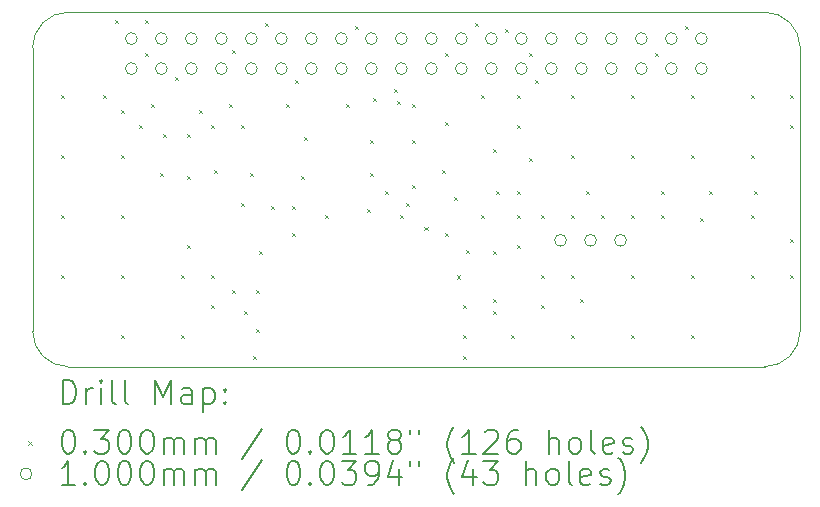
<source format=gbr>
%TF.GenerationSoftware,KiCad,Pcbnew,9.0.7*%
%TF.CreationDate,2026-02-19T07:24:56-06:00*%
%TF.ProjectId,wireless-uhat-tht-rpi-radio-module-2,77697265-6c65-4737-932d-756861742d74,rev?*%
%TF.SameCoordinates,Original*%
%TF.FileFunction,Drillmap*%
%TF.FilePolarity,Positive*%
%FSLAX45Y45*%
G04 Gerber Fmt 4.5, Leading zero omitted, Abs format (unit mm)*
G04 Created by KiCad (PCBNEW 9.0.7) date 2026-02-19 07:24:56*
%MOMM*%
%LPD*%
G01*
G04 APERTURE LIST*
%ADD10C,0.100000*%
%ADD11C,0.200000*%
G04 APERTURE END LIST*
D10*
X16200000Y-7000000D02*
G75*
G02*
X16500000Y-7300000I0J-300000D01*
G01*
X16500000Y-9700000D02*
X16500000Y-7300000D01*
X10000000Y-7300000D02*
X10000000Y-9700000D01*
X10300000Y-10000000D02*
G75*
G02*
X10000000Y-9700000I0J300000D01*
G01*
X10300000Y-10000000D02*
X16200000Y-10000000D01*
X16500000Y-9700000D02*
G75*
G02*
X16200000Y-10000000I-300000J0D01*
G01*
X10000000Y-7300000D02*
G75*
G02*
X10300000Y-7000000I300000J0D01*
G01*
X16200000Y-7000000D02*
X10300000Y-7000000D01*
D11*
D10*
X10239000Y-7699000D02*
X10269000Y-7729000D01*
X10269000Y-7699000D02*
X10239000Y-7729000D01*
X10239000Y-8207000D02*
X10269000Y-8237000D01*
X10269000Y-8207000D02*
X10239000Y-8237000D01*
X10239000Y-8715000D02*
X10269000Y-8745000D01*
X10269000Y-8715000D02*
X10239000Y-8745000D01*
X10239000Y-9223000D02*
X10269000Y-9253000D01*
X10269000Y-9223000D02*
X10239000Y-9253000D01*
X10594600Y-7699000D02*
X10624600Y-7729000D01*
X10624600Y-7699000D02*
X10594600Y-7729000D01*
X10696200Y-7064000D02*
X10726200Y-7094000D01*
X10726200Y-7064000D02*
X10696200Y-7094000D01*
X10747000Y-7826000D02*
X10777000Y-7856000D01*
X10777000Y-7826000D02*
X10747000Y-7856000D01*
X10747000Y-8207000D02*
X10777000Y-8237000D01*
X10777000Y-8207000D02*
X10747000Y-8237000D01*
X10747000Y-8715000D02*
X10777000Y-8745000D01*
X10777000Y-8715000D02*
X10747000Y-8745000D01*
X10747000Y-9223000D02*
X10777000Y-9253000D01*
X10777000Y-9223000D02*
X10747000Y-9253000D01*
X10747000Y-9731000D02*
X10777000Y-9761000D01*
X10777000Y-9731000D02*
X10747000Y-9761000D01*
X10899400Y-7953000D02*
X10929400Y-7983000D01*
X10929400Y-7953000D02*
X10899400Y-7983000D01*
X10950200Y-7064000D02*
X10980200Y-7094000D01*
X10980200Y-7064000D02*
X10950200Y-7094000D01*
X10950200Y-7343400D02*
X10980200Y-7373400D01*
X10980200Y-7343400D02*
X10950200Y-7373400D01*
X11001000Y-7775200D02*
X11031000Y-7805200D01*
X11031000Y-7775200D02*
X11001000Y-7805200D01*
X11077200Y-8359400D02*
X11107200Y-8389400D01*
X11107200Y-8359400D02*
X11077200Y-8389400D01*
X11102600Y-8029200D02*
X11132600Y-8059200D01*
X11132600Y-8029200D02*
X11102600Y-8059200D01*
X11204200Y-7546600D02*
X11234200Y-7576600D01*
X11234200Y-7546600D02*
X11204200Y-7576600D01*
X11255000Y-9223000D02*
X11285000Y-9253000D01*
X11285000Y-9223000D02*
X11255000Y-9253000D01*
X11255000Y-9731000D02*
X11285000Y-9761000D01*
X11285000Y-9731000D02*
X11255000Y-9761000D01*
X11305800Y-8029200D02*
X11335800Y-8059200D01*
X11335800Y-8029200D02*
X11305800Y-8059200D01*
X11305800Y-8384800D02*
X11335800Y-8414800D01*
X11335800Y-8384800D02*
X11305800Y-8414800D01*
X11305800Y-8969000D02*
X11335800Y-8999000D01*
X11335800Y-8969000D02*
X11305800Y-8999000D01*
X11407260Y-7826140D02*
X11437260Y-7856140D01*
X11437260Y-7826140D02*
X11407260Y-7856140D01*
X11509000Y-7953000D02*
X11539000Y-7983000D01*
X11539000Y-7953000D02*
X11509000Y-7983000D01*
X11509000Y-9223000D02*
X11539000Y-9253000D01*
X11539000Y-9223000D02*
X11509000Y-9253000D01*
X11509000Y-9477000D02*
X11539000Y-9507000D01*
X11539000Y-9477000D02*
X11509000Y-9507000D01*
X11534400Y-8334000D02*
X11564400Y-8364000D01*
X11564400Y-8334000D02*
X11534400Y-8364000D01*
X11661400Y-7775200D02*
X11691400Y-7805200D01*
X11691400Y-7775200D02*
X11661400Y-7805200D01*
X11686800Y-7318000D02*
X11716800Y-7348000D01*
X11716800Y-7318000D02*
X11686800Y-7348000D01*
X11686800Y-9350000D02*
X11716800Y-9380000D01*
X11716800Y-9350000D02*
X11686800Y-9380000D01*
X11763000Y-7953000D02*
X11793000Y-7983000D01*
X11793000Y-7953000D02*
X11763000Y-7983000D01*
X11763000Y-8613400D02*
X11793000Y-8643400D01*
X11793000Y-8613400D02*
X11763000Y-8643400D01*
X11788400Y-9527800D02*
X11818400Y-9557800D01*
X11818400Y-9527800D02*
X11788400Y-9557800D01*
X11839200Y-8359400D02*
X11869200Y-8389400D01*
X11869200Y-8359400D02*
X11839200Y-8389400D01*
X11864600Y-9908800D02*
X11894600Y-9938800D01*
X11894600Y-9908800D02*
X11864600Y-9938800D01*
X11890000Y-9350000D02*
X11920000Y-9380000D01*
X11920000Y-9350000D02*
X11890000Y-9380000D01*
X11890000Y-9680200D02*
X11920000Y-9710200D01*
X11920000Y-9680200D02*
X11890000Y-9710200D01*
X11915400Y-9019800D02*
X11945400Y-9049800D01*
X11945400Y-9019800D02*
X11915400Y-9049800D01*
X11966200Y-7089400D02*
X11996200Y-7119400D01*
X11996200Y-7089400D02*
X11966200Y-7119400D01*
X12017000Y-8638800D02*
X12047000Y-8668800D01*
X12047000Y-8638800D02*
X12017000Y-8668800D01*
X12144000Y-7775200D02*
X12174000Y-7805200D01*
X12174000Y-7775200D02*
X12144000Y-7805200D01*
X12194800Y-8638800D02*
X12224800Y-8668800D01*
X12224800Y-8638800D02*
X12194800Y-8668800D01*
X12194800Y-8867400D02*
X12224800Y-8897400D01*
X12224800Y-8867400D02*
X12194800Y-8897400D01*
X12220200Y-7572000D02*
X12250200Y-7602000D01*
X12250200Y-7572000D02*
X12220200Y-7602000D01*
X12271000Y-8384800D02*
X12301000Y-8414800D01*
X12301000Y-8384800D02*
X12271000Y-8414800D01*
X12296400Y-8054600D02*
X12326400Y-8084600D01*
X12326400Y-8054600D02*
X12296400Y-8084600D01*
X12474200Y-8715000D02*
X12504200Y-8745000D01*
X12504200Y-8715000D02*
X12474200Y-8745000D01*
X12652000Y-7775200D02*
X12682000Y-7805200D01*
X12682000Y-7775200D02*
X12652000Y-7805200D01*
X12728200Y-7114800D02*
X12758200Y-7144800D01*
X12758200Y-7114800D02*
X12728200Y-7144800D01*
X12829800Y-8664200D02*
X12859800Y-8694200D01*
X12859800Y-8664200D02*
X12829800Y-8694200D01*
X12855200Y-8080000D02*
X12885200Y-8110000D01*
X12885200Y-8080000D02*
X12855200Y-8110000D01*
X12855200Y-8359400D02*
X12885200Y-8389400D01*
X12885200Y-8359400D02*
X12855200Y-8389400D01*
X12880600Y-7724400D02*
X12910600Y-7754400D01*
X12910600Y-7724400D02*
X12880600Y-7754400D01*
X12982200Y-8511800D02*
X13012200Y-8541800D01*
X13012200Y-8511800D02*
X12982200Y-8541800D01*
X13058400Y-7648200D02*
X13088400Y-7678200D01*
X13088400Y-7648200D02*
X13058400Y-7678200D01*
X13083800Y-7749800D02*
X13113800Y-7779800D01*
X13113800Y-7749800D02*
X13083800Y-7779800D01*
X13109200Y-8715000D02*
X13139200Y-8745000D01*
X13139200Y-8715000D02*
X13109200Y-8745000D01*
X13160000Y-8613400D02*
X13190000Y-8643400D01*
X13190000Y-8613400D02*
X13160000Y-8643400D01*
X13210800Y-7775200D02*
X13240800Y-7805200D01*
X13240800Y-7775200D02*
X13210800Y-7805200D01*
X13210800Y-8080000D02*
X13240800Y-8110000D01*
X13240800Y-8080000D02*
X13210800Y-8110000D01*
X13210800Y-8461000D02*
X13240800Y-8491000D01*
X13240800Y-8461000D02*
X13210800Y-8491000D01*
X13314400Y-8816600D02*
X13344400Y-8846600D01*
X13344400Y-8816600D02*
X13314400Y-8846600D01*
X13464800Y-8334000D02*
X13494800Y-8364000D01*
X13494800Y-8334000D02*
X13464800Y-8364000D01*
X13490200Y-7343400D02*
X13520200Y-7373400D01*
X13520200Y-7343400D02*
X13490200Y-7373400D01*
X13490200Y-7927600D02*
X13520200Y-7957600D01*
X13520200Y-7927600D02*
X13490200Y-7957600D01*
X13490200Y-8867400D02*
X13520200Y-8897400D01*
X13520200Y-8867400D02*
X13490200Y-8897400D01*
X13566400Y-8562600D02*
X13596400Y-8592600D01*
X13596400Y-8562600D02*
X13566400Y-8592600D01*
X13591800Y-9224800D02*
X13621800Y-9254800D01*
X13621800Y-9224800D02*
X13591800Y-9254800D01*
X13641600Y-9909800D02*
X13671600Y-9939800D01*
X13671600Y-9909800D02*
X13641600Y-9939800D01*
X13642600Y-9477000D02*
X13672600Y-9507000D01*
X13672600Y-9477000D02*
X13642600Y-9507000D01*
X13642600Y-9731000D02*
X13672600Y-9761000D01*
X13672600Y-9731000D02*
X13642600Y-9761000D01*
X13666800Y-9009800D02*
X13696800Y-9039800D01*
X13696800Y-9009800D02*
X13666800Y-9039800D01*
X13744200Y-7089400D02*
X13774200Y-7119400D01*
X13774200Y-7089400D02*
X13744200Y-7119400D01*
X13795000Y-7699000D02*
X13825000Y-7729000D01*
X13825000Y-7699000D02*
X13795000Y-7729000D01*
X13795000Y-8715000D02*
X13825000Y-8745000D01*
X13825000Y-8715000D02*
X13795000Y-8745000D01*
X13896600Y-8156200D02*
X13926600Y-8186200D01*
X13926600Y-8156200D02*
X13896600Y-8186200D01*
X13896600Y-9019800D02*
X13926600Y-9049800D01*
X13926600Y-9019800D02*
X13896600Y-9049800D01*
X13896600Y-9426200D02*
X13926600Y-9456200D01*
X13926600Y-9426200D02*
X13896600Y-9456200D01*
X13896600Y-9527800D02*
X13926600Y-9557800D01*
X13926600Y-9527800D02*
X13896600Y-9557800D01*
X13922000Y-8511800D02*
X13952000Y-8541800D01*
X13952000Y-8511800D02*
X13922000Y-8541800D01*
X13998200Y-7140200D02*
X14028200Y-7170200D01*
X14028200Y-7140200D02*
X13998200Y-7170200D01*
X14049000Y-9731000D02*
X14079000Y-9761000D01*
X14079000Y-9731000D02*
X14049000Y-9761000D01*
X14099800Y-7699000D02*
X14129800Y-7729000D01*
X14129800Y-7699000D02*
X14099800Y-7729000D01*
X14099800Y-7953000D02*
X14129800Y-7983000D01*
X14129800Y-7953000D02*
X14099800Y-7983000D01*
X14099800Y-8511800D02*
X14129800Y-8541800D01*
X14129800Y-8511800D02*
X14099800Y-8541800D01*
X14099800Y-8715000D02*
X14129800Y-8745000D01*
X14129800Y-8715000D02*
X14099800Y-8745000D01*
X14099800Y-8969000D02*
X14129800Y-8999000D01*
X14129800Y-8969000D02*
X14099800Y-8999000D01*
X14201400Y-7343400D02*
X14231400Y-7373400D01*
X14231400Y-7343400D02*
X14201400Y-7373400D01*
X14201400Y-8232400D02*
X14231400Y-8262400D01*
X14231400Y-8232400D02*
X14201400Y-8262400D01*
X14252200Y-7572000D02*
X14282200Y-7602000D01*
X14282200Y-7572000D02*
X14252200Y-7602000D01*
X14303000Y-8715000D02*
X14333000Y-8745000D01*
X14333000Y-8715000D02*
X14303000Y-8745000D01*
X14303000Y-9223000D02*
X14333000Y-9253000D01*
X14333000Y-9223000D02*
X14303000Y-9253000D01*
X14303000Y-9477000D02*
X14333000Y-9507000D01*
X14333000Y-9477000D02*
X14303000Y-9507000D01*
X14557000Y-7699000D02*
X14587000Y-7729000D01*
X14587000Y-7699000D02*
X14557000Y-7729000D01*
X14557000Y-8207000D02*
X14587000Y-8237000D01*
X14587000Y-8207000D02*
X14557000Y-8237000D01*
X14557000Y-8715000D02*
X14587000Y-8745000D01*
X14587000Y-8715000D02*
X14557000Y-8745000D01*
X14557000Y-9223000D02*
X14587000Y-9253000D01*
X14587000Y-9223000D02*
X14557000Y-9253000D01*
X14557000Y-9731000D02*
X14587000Y-9761000D01*
X14587000Y-9731000D02*
X14557000Y-9761000D01*
X14633200Y-9426200D02*
X14663200Y-9456200D01*
X14663200Y-9426200D02*
X14633200Y-9456200D01*
X14684000Y-8511800D02*
X14714000Y-8541800D01*
X14714000Y-8511800D02*
X14684000Y-8541800D01*
X14811000Y-8715000D02*
X14841000Y-8745000D01*
X14841000Y-8715000D02*
X14811000Y-8745000D01*
X15065000Y-7699000D02*
X15095000Y-7729000D01*
X15095000Y-7699000D02*
X15065000Y-7729000D01*
X15065000Y-8207000D02*
X15095000Y-8237000D01*
X15095000Y-8207000D02*
X15065000Y-8237000D01*
X15065000Y-8715000D02*
X15095000Y-8745000D01*
X15095000Y-8715000D02*
X15065000Y-8745000D01*
X15065000Y-9223000D02*
X15095000Y-9253000D01*
X15095000Y-9223000D02*
X15065000Y-9253000D01*
X15065000Y-9731000D02*
X15095000Y-9761000D01*
X15095000Y-9731000D02*
X15065000Y-9761000D01*
X15268200Y-7343400D02*
X15298200Y-7373400D01*
X15298200Y-7343400D02*
X15268200Y-7373400D01*
X15319000Y-8511800D02*
X15349000Y-8541800D01*
X15349000Y-8511800D02*
X15319000Y-8541800D01*
X15319000Y-8715000D02*
X15349000Y-8745000D01*
X15349000Y-8715000D02*
X15319000Y-8745000D01*
X15522200Y-7114800D02*
X15552200Y-7144800D01*
X15552200Y-7114800D02*
X15522200Y-7144800D01*
X15573000Y-7699000D02*
X15603000Y-7729000D01*
X15603000Y-7699000D02*
X15573000Y-7729000D01*
X15573000Y-8207000D02*
X15603000Y-8237000D01*
X15603000Y-8207000D02*
X15573000Y-8237000D01*
X15573000Y-9223000D02*
X15603000Y-9253000D01*
X15603000Y-9223000D02*
X15573000Y-9253000D01*
X15573000Y-9731000D02*
X15603000Y-9761000D01*
X15603000Y-9731000D02*
X15573000Y-9761000D01*
X15649200Y-8740400D02*
X15679200Y-8770400D01*
X15679200Y-8740400D02*
X15649200Y-8770400D01*
X15725400Y-8511800D02*
X15755400Y-8541800D01*
X15755400Y-8511800D02*
X15725400Y-8541800D01*
X16081000Y-7699000D02*
X16111000Y-7729000D01*
X16111000Y-7699000D02*
X16081000Y-7729000D01*
X16081000Y-8207000D02*
X16111000Y-8237000D01*
X16111000Y-8207000D02*
X16081000Y-8237000D01*
X16081000Y-8715000D02*
X16111000Y-8745000D01*
X16111000Y-8715000D02*
X16081000Y-8745000D01*
X16081000Y-9223000D02*
X16111000Y-9253000D01*
X16111000Y-9223000D02*
X16081000Y-9253000D01*
X16106400Y-8511800D02*
X16136400Y-8541800D01*
X16136400Y-8511800D02*
X16106400Y-8541800D01*
X16411200Y-7699000D02*
X16441200Y-7729000D01*
X16441200Y-7699000D02*
X16411200Y-7729000D01*
X16411200Y-7953000D02*
X16441200Y-7983000D01*
X16441200Y-7953000D02*
X16411200Y-7983000D01*
X16411200Y-8918200D02*
X16441200Y-8948200D01*
X16441200Y-8918200D02*
X16411200Y-8948200D01*
X16411200Y-9223000D02*
X16441200Y-9253000D01*
X16441200Y-9223000D02*
X16411200Y-9253000D01*
X10887000Y-7223000D02*
G75*
G02*
X10787000Y-7223000I-50000J0D01*
G01*
X10787000Y-7223000D02*
G75*
G02*
X10887000Y-7223000I50000J0D01*
G01*
X10887000Y-7477000D02*
G75*
G02*
X10787000Y-7477000I-50000J0D01*
G01*
X10787000Y-7477000D02*
G75*
G02*
X10887000Y-7477000I50000J0D01*
G01*
X11141000Y-7223000D02*
G75*
G02*
X11041000Y-7223000I-50000J0D01*
G01*
X11041000Y-7223000D02*
G75*
G02*
X11141000Y-7223000I50000J0D01*
G01*
X11141000Y-7477000D02*
G75*
G02*
X11041000Y-7477000I-50000J0D01*
G01*
X11041000Y-7477000D02*
G75*
G02*
X11141000Y-7477000I50000J0D01*
G01*
X11395000Y-7223000D02*
G75*
G02*
X11295000Y-7223000I-50000J0D01*
G01*
X11295000Y-7223000D02*
G75*
G02*
X11395000Y-7223000I50000J0D01*
G01*
X11395000Y-7477000D02*
G75*
G02*
X11295000Y-7477000I-50000J0D01*
G01*
X11295000Y-7477000D02*
G75*
G02*
X11395000Y-7477000I50000J0D01*
G01*
X11649000Y-7223000D02*
G75*
G02*
X11549000Y-7223000I-50000J0D01*
G01*
X11549000Y-7223000D02*
G75*
G02*
X11649000Y-7223000I50000J0D01*
G01*
X11649000Y-7477000D02*
G75*
G02*
X11549000Y-7477000I-50000J0D01*
G01*
X11549000Y-7477000D02*
G75*
G02*
X11649000Y-7477000I50000J0D01*
G01*
X11903000Y-7223000D02*
G75*
G02*
X11803000Y-7223000I-50000J0D01*
G01*
X11803000Y-7223000D02*
G75*
G02*
X11903000Y-7223000I50000J0D01*
G01*
X11903000Y-7477000D02*
G75*
G02*
X11803000Y-7477000I-50000J0D01*
G01*
X11803000Y-7477000D02*
G75*
G02*
X11903000Y-7477000I50000J0D01*
G01*
X12157000Y-7223000D02*
G75*
G02*
X12057000Y-7223000I-50000J0D01*
G01*
X12057000Y-7223000D02*
G75*
G02*
X12157000Y-7223000I50000J0D01*
G01*
X12157000Y-7477000D02*
G75*
G02*
X12057000Y-7477000I-50000J0D01*
G01*
X12057000Y-7477000D02*
G75*
G02*
X12157000Y-7477000I50000J0D01*
G01*
X12411000Y-7223000D02*
G75*
G02*
X12311000Y-7223000I-50000J0D01*
G01*
X12311000Y-7223000D02*
G75*
G02*
X12411000Y-7223000I50000J0D01*
G01*
X12411000Y-7477000D02*
G75*
G02*
X12311000Y-7477000I-50000J0D01*
G01*
X12311000Y-7477000D02*
G75*
G02*
X12411000Y-7477000I50000J0D01*
G01*
X12665000Y-7223000D02*
G75*
G02*
X12565000Y-7223000I-50000J0D01*
G01*
X12565000Y-7223000D02*
G75*
G02*
X12665000Y-7223000I50000J0D01*
G01*
X12665000Y-7477000D02*
G75*
G02*
X12565000Y-7477000I-50000J0D01*
G01*
X12565000Y-7477000D02*
G75*
G02*
X12665000Y-7477000I50000J0D01*
G01*
X12919000Y-7223000D02*
G75*
G02*
X12819000Y-7223000I-50000J0D01*
G01*
X12819000Y-7223000D02*
G75*
G02*
X12919000Y-7223000I50000J0D01*
G01*
X12919000Y-7477000D02*
G75*
G02*
X12819000Y-7477000I-50000J0D01*
G01*
X12819000Y-7477000D02*
G75*
G02*
X12919000Y-7477000I50000J0D01*
G01*
X13173000Y-7223000D02*
G75*
G02*
X13073000Y-7223000I-50000J0D01*
G01*
X13073000Y-7223000D02*
G75*
G02*
X13173000Y-7223000I50000J0D01*
G01*
X13173000Y-7477000D02*
G75*
G02*
X13073000Y-7477000I-50000J0D01*
G01*
X13073000Y-7477000D02*
G75*
G02*
X13173000Y-7477000I50000J0D01*
G01*
X13427000Y-7223000D02*
G75*
G02*
X13327000Y-7223000I-50000J0D01*
G01*
X13327000Y-7223000D02*
G75*
G02*
X13427000Y-7223000I50000J0D01*
G01*
X13427000Y-7477000D02*
G75*
G02*
X13327000Y-7477000I-50000J0D01*
G01*
X13327000Y-7477000D02*
G75*
G02*
X13427000Y-7477000I50000J0D01*
G01*
X13681000Y-7223000D02*
G75*
G02*
X13581000Y-7223000I-50000J0D01*
G01*
X13581000Y-7223000D02*
G75*
G02*
X13681000Y-7223000I50000J0D01*
G01*
X13681000Y-7477000D02*
G75*
G02*
X13581000Y-7477000I-50000J0D01*
G01*
X13581000Y-7477000D02*
G75*
G02*
X13681000Y-7477000I50000J0D01*
G01*
X13935000Y-7223000D02*
G75*
G02*
X13835000Y-7223000I-50000J0D01*
G01*
X13835000Y-7223000D02*
G75*
G02*
X13935000Y-7223000I50000J0D01*
G01*
X13935000Y-7477000D02*
G75*
G02*
X13835000Y-7477000I-50000J0D01*
G01*
X13835000Y-7477000D02*
G75*
G02*
X13935000Y-7477000I50000J0D01*
G01*
X14189000Y-7223000D02*
G75*
G02*
X14089000Y-7223000I-50000J0D01*
G01*
X14089000Y-7223000D02*
G75*
G02*
X14189000Y-7223000I50000J0D01*
G01*
X14189000Y-7477000D02*
G75*
G02*
X14089000Y-7477000I-50000J0D01*
G01*
X14089000Y-7477000D02*
G75*
G02*
X14189000Y-7477000I50000J0D01*
G01*
X14443000Y-7223000D02*
G75*
G02*
X14343000Y-7223000I-50000J0D01*
G01*
X14343000Y-7223000D02*
G75*
G02*
X14443000Y-7223000I50000J0D01*
G01*
X14443000Y-7477000D02*
G75*
G02*
X14343000Y-7477000I-50000J0D01*
G01*
X14343000Y-7477000D02*
G75*
G02*
X14443000Y-7477000I50000J0D01*
G01*
X14520400Y-8930700D02*
G75*
G02*
X14420400Y-8930700I-50000J0D01*
G01*
X14420400Y-8930700D02*
G75*
G02*
X14520400Y-8930700I50000J0D01*
G01*
X14697000Y-7223000D02*
G75*
G02*
X14597000Y-7223000I-50000J0D01*
G01*
X14597000Y-7223000D02*
G75*
G02*
X14697000Y-7223000I50000J0D01*
G01*
X14697000Y-7477000D02*
G75*
G02*
X14597000Y-7477000I-50000J0D01*
G01*
X14597000Y-7477000D02*
G75*
G02*
X14697000Y-7477000I50000J0D01*
G01*
X14774400Y-8930700D02*
G75*
G02*
X14674400Y-8930700I-50000J0D01*
G01*
X14674400Y-8930700D02*
G75*
G02*
X14774400Y-8930700I50000J0D01*
G01*
X14951000Y-7223000D02*
G75*
G02*
X14851000Y-7223000I-50000J0D01*
G01*
X14851000Y-7223000D02*
G75*
G02*
X14951000Y-7223000I50000J0D01*
G01*
X14951000Y-7477000D02*
G75*
G02*
X14851000Y-7477000I-50000J0D01*
G01*
X14851000Y-7477000D02*
G75*
G02*
X14951000Y-7477000I50000J0D01*
G01*
X15028400Y-8930700D02*
G75*
G02*
X14928400Y-8930700I-50000J0D01*
G01*
X14928400Y-8930700D02*
G75*
G02*
X15028400Y-8930700I50000J0D01*
G01*
X15205000Y-7223000D02*
G75*
G02*
X15105000Y-7223000I-50000J0D01*
G01*
X15105000Y-7223000D02*
G75*
G02*
X15205000Y-7223000I50000J0D01*
G01*
X15205000Y-7477000D02*
G75*
G02*
X15105000Y-7477000I-50000J0D01*
G01*
X15105000Y-7477000D02*
G75*
G02*
X15205000Y-7477000I50000J0D01*
G01*
X15459000Y-7223000D02*
G75*
G02*
X15359000Y-7223000I-50000J0D01*
G01*
X15359000Y-7223000D02*
G75*
G02*
X15459000Y-7223000I50000J0D01*
G01*
X15459000Y-7477000D02*
G75*
G02*
X15359000Y-7477000I-50000J0D01*
G01*
X15359000Y-7477000D02*
G75*
G02*
X15459000Y-7477000I50000J0D01*
G01*
X15713000Y-7223000D02*
G75*
G02*
X15613000Y-7223000I-50000J0D01*
G01*
X15613000Y-7223000D02*
G75*
G02*
X15713000Y-7223000I50000J0D01*
G01*
X15713000Y-7477000D02*
G75*
G02*
X15613000Y-7477000I-50000J0D01*
G01*
X15613000Y-7477000D02*
G75*
G02*
X15713000Y-7477000I50000J0D01*
G01*
D11*
X10255777Y-10316484D02*
X10255777Y-10116484D01*
X10255777Y-10116484D02*
X10303396Y-10116484D01*
X10303396Y-10116484D02*
X10331967Y-10126008D01*
X10331967Y-10126008D02*
X10351015Y-10145055D01*
X10351015Y-10145055D02*
X10360539Y-10164103D01*
X10360539Y-10164103D02*
X10370063Y-10202198D01*
X10370063Y-10202198D02*
X10370063Y-10230770D01*
X10370063Y-10230770D02*
X10360539Y-10268865D01*
X10360539Y-10268865D02*
X10351015Y-10287912D01*
X10351015Y-10287912D02*
X10331967Y-10306960D01*
X10331967Y-10306960D02*
X10303396Y-10316484D01*
X10303396Y-10316484D02*
X10255777Y-10316484D01*
X10455777Y-10316484D02*
X10455777Y-10183150D01*
X10455777Y-10221246D02*
X10465301Y-10202198D01*
X10465301Y-10202198D02*
X10474824Y-10192674D01*
X10474824Y-10192674D02*
X10493872Y-10183150D01*
X10493872Y-10183150D02*
X10512920Y-10183150D01*
X10579586Y-10316484D02*
X10579586Y-10183150D01*
X10579586Y-10116484D02*
X10570063Y-10126008D01*
X10570063Y-10126008D02*
X10579586Y-10135531D01*
X10579586Y-10135531D02*
X10589110Y-10126008D01*
X10589110Y-10126008D02*
X10579586Y-10116484D01*
X10579586Y-10116484D02*
X10579586Y-10135531D01*
X10703396Y-10316484D02*
X10684348Y-10306960D01*
X10684348Y-10306960D02*
X10674824Y-10287912D01*
X10674824Y-10287912D02*
X10674824Y-10116484D01*
X10808158Y-10316484D02*
X10789110Y-10306960D01*
X10789110Y-10306960D02*
X10779586Y-10287912D01*
X10779586Y-10287912D02*
X10779586Y-10116484D01*
X11036729Y-10316484D02*
X11036729Y-10116484D01*
X11036729Y-10116484D02*
X11103396Y-10259341D01*
X11103396Y-10259341D02*
X11170063Y-10116484D01*
X11170063Y-10116484D02*
X11170063Y-10316484D01*
X11351015Y-10316484D02*
X11351015Y-10211722D01*
X11351015Y-10211722D02*
X11341491Y-10192674D01*
X11341491Y-10192674D02*
X11322443Y-10183150D01*
X11322443Y-10183150D02*
X11284348Y-10183150D01*
X11284348Y-10183150D02*
X11265301Y-10192674D01*
X11351015Y-10306960D02*
X11331967Y-10316484D01*
X11331967Y-10316484D02*
X11284348Y-10316484D01*
X11284348Y-10316484D02*
X11265301Y-10306960D01*
X11265301Y-10306960D02*
X11255777Y-10287912D01*
X11255777Y-10287912D02*
X11255777Y-10268865D01*
X11255777Y-10268865D02*
X11265301Y-10249817D01*
X11265301Y-10249817D02*
X11284348Y-10240293D01*
X11284348Y-10240293D02*
X11331967Y-10240293D01*
X11331967Y-10240293D02*
X11351015Y-10230770D01*
X11446253Y-10183150D02*
X11446253Y-10383150D01*
X11446253Y-10192674D02*
X11465301Y-10183150D01*
X11465301Y-10183150D02*
X11503396Y-10183150D01*
X11503396Y-10183150D02*
X11522443Y-10192674D01*
X11522443Y-10192674D02*
X11531967Y-10202198D01*
X11531967Y-10202198D02*
X11541491Y-10221246D01*
X11541491Y-10221246D02*
X11541491Y-10278389D01*
X11541491Y-10278389D02*
X11531967Y-10297436D01*
X11531967Y-10297436D02*
X11522443Y-10306960D01*
X11522443Y-10306960D02*
X11503396Y-10316484D01*
X11503396Y-10316484D02*
X11465301Y-10316484D01*
X11465301Y-10316484D02*
X11446253Y-10306960D01*
X11627205Y-10297436D02*
X11636729Y-10306960D01*
X11636729Y-10306960D02*
X11627205Y-10316484D01*
X11627205Y-10316484D02*
X11617682Y-10306960D01*
X11617682Y-10306960D02*
X11627205Y-10297436D01*
X11627205Y-10297436D02*
X11627205Y-10316484D01*
X11627205Y-10192674D02*
X11636729Y-10202198D01*
X11636729Y-10202198D02*
X11627205Y-10211722D01*
X11627205Y-10211722D02*
X11617682Y-10202198D01*
X11617682Y-10202198D02*
X11627205Y-10192674D01*
X11627205Y-10192674D02*
X11627205Y-10211722D01*
D10*
X9965000Y-10630000D02*
X9995000Y-10660000D01*
X9995000Y-10630000D02*
X9965000Y-10660000D01*
D11*
X10293872Y-10536484D02*
X10312920Y-10536484D01*
X10312920Y-10536484D02*
X10331967Y-10546008D01*
X10331967Y-10546008D02*
X10341491Y-10555531D01*
X10341491Y-10555531D02*
X10351015Y-10574579D01*
X10351015Y-10574579D02*
X10360539Y-10612674D01*
X10360539Y-10612674D02*
X10360539Y-10660293D01*
X10360539Y-10660293D02*
X10351015Y-10698389D01*
X10351015Y-10698389D02*
X10341491Y-10717436D01*
X10341491Y-10717436D02*
X10331967Y-10726960D01*
X10331967Y-10726960D02*
X10312920Y-10736484D01*
X10312920Y-10736484D02*
X10293872Y-10736484D01*
X10293872Y-10736484D02*
X10274824Y-10726960D01*
X10274824Y-10726960D02*
X10265301Y-10717436D01*
X10265301Y-10717436D02*
X10255777Y-10698389D01*
X10255777Y-10698389D02*
X10246253Y-10660293D01*
X10246253Y-10660293D02*
X10246253Y-10612674D01*
X10246253Y-10612674D02*
X10255777Y-10574579D01*
X10255777Y-10574579D02*
X10265301Y-10555531D01*
X10265301Y-10555531D02*
X10274824Y-10546008D01*
X10274824Y-10546008D02*
X10293872Y-10536484D01*
X10446253Y-10717436D02*
X10455777Y-10726960D01*
X10455777Y-10726960D02*
X10446253Y-10736484D01*
X10446253Y-10736484D02*
X10436729Y-10726960D01*
X10436729Y-10726960D02*
X10446253Y-10717436D01*
X10446253Y-10717436D02*
X10446253Y-10736484D01*
X10522444Y-10536484D02*
X10646253Y-10536484D01*
X10646253Y-10536484D02*
X10579586Y-10612674D01*
X10579586Y-10612674D02*
X10608158Y-10612674D01*
X10608158Y-10612674D02*
X10627205Y-10622198D01*
X10627205Y-10622198D02*
X10636729Y-10631722D01*
X10636729Y-10631722D02*
X10646253Y-10650770D01*
X10646253Y-10650770D02*
X10646253Y-10698389D01*
X10646253Y-10698389D02*
X10636729Y-10717436D01*
X10636729Y-10717436D02*
X10627205Y-10726960D01*
X10627205Y-10726960D02*
X10608158Y-10736484D01*
X10608158Y-10736484D02*
X10551015Y-10736484D01*
X10551015Y-10736484D02*
X10531967Y-10726960D01*
X10531967Y-10726960D02*
X10522444Y-10717436D01*
X10770063Y-10536484D02*
X10789110Y-10536484D01*
X10789110Y-10536484D02*
X10808158Y-10546008D01*
X10808158Y-10546008D02*
X10817682Y-10555531D01*
X10817682Y-10555531D02*
X10827205Y-10574579D01*
X10827205Y-10574579D02*
X10836729Y-10612674D01*
X10836729Y-10612674D02*
X10836729Y-10660293D01*
X10836729Y-10660293D02*
X10827205Y-10698389D01*
X10827205Y-10698389D02*
X10817682Y-10717436D01*
X10817682Y-10717436D02*
X10808158Y-10726960D01*
X10808158Y-10726960D02*
X10789110Y-10736484D01*
X10789110Y-10736484D02*
X10770063Y-10736484D01*
X10770063Y-10736484D02*
X10751015Y-10726960D01*
X10751015Y-10726960D02*
X10741491Y-10717436D01*
X10741491Y-10717436D02*
X10731967Y-10698389D01*
X10731967Y-10698389D02*
X10722444Y-10660293D01*
X10722444Y-10660293D02*
X10722444Y-10612674D01*
X10722444Y-10612674D02*
X10731967Y-10574579D01*
X10731967Y-10574579D02*
X10741491Y-10555531D01*
X10741491Y-10555531D02*
X10751015Y-10546008D01*
X10751015Y-10546008D02*
X10770063Y-10536484D01*
X10960539Y-10536484D02*
X10979586Y-10536484D01*
X10979586Y-10536484D02*
X10998634Y-10546008D01*
X10998634Y-10546008D02*
X11008158Y-10555531D01*
X11008158Y-10555531D02*
X11017682Y-10574579D01*
X11017682Y-10574579D02*
X11027205Y-10612674D01*
X11027205Y-10612674D02*
X11027205Y-10660293D01*
X11027205Y-10660293D02*
X11017682Y-10698389D01*
X11017682Y-10698389D02*
X11008158Y-10717436D01*
X11008158Y-10717436D02*
X10998634Y-10726960D01*
X10998634Y-10726960D02*
X10979586Y-10736484D01*
X10979586Y-10736484D02*
X10960539Y-10736484D01*
X10960539Y-10736484D02*
X10941491Y-10726960D01*
X10941491Y-10726960D02*
X10931967Y-10717436D01*
X10931967Y-10717436D02*
X10922444Y-10698389D01*
X10922444Y-10698389D02*
X10912920Y-10660293D01*
X10912920Y-10660293D02*
X10912920Y-10612674D01*
X10912920Y-10612674D02*
X10922444Y-10574579D01*
X10922444Y-10574579D02*
X10931967Y-10555531D01*
X10931967Y-10555531D02*
X10941491Y-10546008D01*
X10941491Y-10546008D02*
X10960539Y-10536484D01*
X11112920Y-10736484D02*
X11112920Y-10603150D01*
X11112920Y-10622198D02*
X11122444Y-10612674D01*
X11122444Y-10612674D02*
X11141491Y-10603150D01*
X11141491Y-10603150D02*
X11170063Y-10603150D01*
X11170063Y-10603150D02*
X11189110Y-10612674D01*
X11189110Y-10612674D02*
X11198634Y-10631722D01*
X11198634Y-10631722D02*
X11198634Y-10736484D01*
X11198634Y-10631722D02*
X11208158Y-10612674D01*
X11208158Y-10612674D02*
X11227205Y-10603150D01*
X11227205Y-10603150D02*
X11255777Y-10603150D01*
X11255777Y-10603150D02*
X11274824Y-10612674D01*
X11274824Y-10612674D02*
X11284348Y-10631722D01*
X11284348Y-10631722D02*
X11284348Y-10736484D01*
X11379586Y-10736484D02*
X11379586Y-10603150D01*
X11379586Y-10622198D02*
X11389110Y-10612674D01*
X11389110Y-10612674D02*
X11408158Y-10603150D01*
X11408158Y-10603150D02*
X11436729Y-10603150D01*
X11436729Y-10603150D02*
X11455777Y-10612674D01*
X11455777Y-10612674D02*
X11465301Y-10631722D01*
X11465301Y-10631722D02*
X11465301Y-10736484D01*
X11465301Y-10631722D02*
X11474824Y-10612674D01*
X11474824Y-10612674D02*
X11493872Y-10603150D01*
X11493872Y-10603150D02*
X11522443Y-10603150D01*
X11522443Y-10603150D02*
X11541491Y-10612674D01*
X11541491Y-10612674D02*
X11551015Y-10631722D01*
X11551015Y-10631722D02*
X11551015Y-10736484D01*
X11941491Y-10526960D02*
X11770063Y-10784103D01*
X12198634Y-10536484D02*
X12217682Y-10536484D01*
X12217682Y-10536484D02*
X12236729Y-10546008D01*
X12236729Y-10546008D02*
X12246253Y-10555531D01*
X12246253Y-10555531D02*
X12255777Y-10574579D01*
X12255777Y-10574579D02*
X12265301Y-10612674D01*
X12265301Y-10612674D02*
X12265301Y-10660293D01*
X12265301Y-10660293D02*
X12255777Y-10698389D01*
X12255777Y-10698389D02*
X12246253Y-10717436D01*
X12246253Y-10717436D02*
X12236729Y-10726960D01*
X12236729Y-10726960D02*
X12217682Y-10736484D01*
X12217682Y-10736484D02*
X12198634Y-10736484D01*
X12198634Y-10736484D02*
X12179586Y-10726960D01*
X12179586Y-10726960D02*
X12170063Y-10717436D01*
X12170063Y-10717436D02*
X12160539Y-10698389D01*
X12160539Y-10698389D02*
X12151015Y-10660293D01*
X12151015Y-10660293D02*
X12151015Y-10612674D01*
X12151015Y-10612674D02*
X12160539Y-10574579D01*
X12160539Y-10574579D02*
X12170063Y-10555531D01*
X12170063Y-10555531D02*
X12179586Y-10546008D01*
X12179586Y-10546008D02*
X12198634Y-10536484D01*
X12351015Y-10717436D02*
X12360539Y-10726960D01*
X12360539Y-10726960D02*
X12351015Y-10736484D01*
X12351015Y-10736484D02*
X12341491Y-10726960D01*
X12341491Y-10726960D02*
X12351015Y-10717436D01*
X12351015Y-10717436D02*
X12351015Y-10736484D01*
X12484348Y-10536484D02*
X12503396Y-10536484D01*
X12503396Y-10536484D02*
X12522444Y-10546008D01*
X12522444Y-10546008D02*
X12531967Y-10555531D01*
X12531967Y-10555531D02*
X12541491Y-10574579D01*
X12541491Y-10574579D02*
X12551015Y-10612674D01*
X12551015Y-10612674D02*
X12551015Y-10660293D01*
X12551015Y-10660293D02*
X12541491Y-10698389D01*
X12541491Y-10698389D02*
X12531967Y-10717436D01*
X12531967Y-10717436D02*
X12522444Y-10726960D01*
X12522444Y-10726960D02*
X12503396Y-10736484D01*
X12503396Y-10736484D02*
X12484348Y-10736484D01*
X12484348Y-10736484D02*
X12465301Y-10726960D01*
X12465301Y-10726960D02*
X12455777Y-10717436D01*
X12455777Y-10717436D02*
X12446253Y-10698389D01*
X12446253Y-10698389D02*
X12436729Y-10660293D01*
X12436729Y-10660293D02*
X12436729Y-10612674D01*
X12436729Y-10612674D02*
X12446253Y-10574579D01*
X12446253Y-10574579D02*
X12455777Y-10555531D01*
X12455777Y-10555531D02*
X12465301Y-10546008D01*
X12465301Y-10546008D02*
X12484348Y-10536484D01*
X12741491Y-10736484D02*
X12627206Y-10736484D01*
X12684348Y-10736484D02*
X12684348Y-10536484D01*
X12684348Y-10536484D02*
X12665301Y-10565055D01*
X12665301Y-10565055D02*
X12646253Y-10584103D01*
X12646253Y-10584103D02*
X12627206Y-10593627D01*
X12931967Y-10736484D02*
X12817682Y-10736484D01*
X12874825Y-10736484D02*
X12874825Y-10536484D01*
X12874825Y-10536484D02*
X12855777Y-10565055D01*
X12855777Y-10565055D02*
X12836729Y-10584103D01*
X12836729Y-10584103D02*
X12817682Y-10593627D01*
X13046253Y-10622198D02*
X13027206Y-10612674D01*
X13027206Y-10612674D02*
X13017682Y-10603150D01*
X13017682Y-10603150D02*
X13008158Y-10584103D01*
X13008158Y-10584103D02*
X13008158Y-10574579D01*
X13008158Y-10574579D02*
X13017682Y-10555531D01*
X13017682Y-10555531D02*
X13027206Y-10546008D01*
X13027206Y-10546008D02*
X13046253Y-10536484D01*
X13046253Y-10536484D02*
X13084348Y-10536484D01*
X13084348Y-10536484D02*
X13103396Y-10546008D01*
X13103396Y-10546008D02*
X13112920Y-10555531D01*
X13112920Y-10555531D02*
X13122444Y-10574579D01*
X13122444Y-10574579D02*
X13122444Y-10584103D01*
X13122444Y-10584103D02*
X13112920Y-10603150D01*
X13112920Y-10603150D02*
X13103396Y-10612674D01*
X13103396Y-10612674D02*
X13084348Y-10622198D01*
X13084348Y-10622198D02*
X13046253Y-10622198D01*
X13046253Y-10622198D02*
X13027206Y-10631722D01*
X13027206Y-10631722D02*
X13017682Y-10641246D01*
X13017682Y-10641246D02*
X13008158Y-10660293D01*
X13008158Y-10660293D02*
X13008158Y-10698389D01*
X13008158Y-10698389D02*
X13017682Y-10717436D01*
X13017682Y-10717436D02*
X13027206Y-10726960D01*
X13027206Y-10726960D02*
X13046253Y-10736484D01*
X13046253Y-10736484D02*
X13084348Y-10736484D01*
X13084348Y-10736484D02*
X13103396Y-10726960D01*
X13103396Y-10726960D02*
X13112920Y-10717436D01*
X13112920Y-10717436D02*
X13122444Y-10698389D01*
X13122444Y-10698389D02*
X13122444Y-10660293D01*
X13122444Y-10660293D02*
X13112920Y-10641246D01*
X13112920Y-10641246D02*
X13103396Y-10631722D01*
X13103396Y-10631722D02*
X13084348Y-10622198D01*
X13198634Y-10536484D02*
X13198634Y-10574579D01*
X13274825Y-10536484D02*
X13274825Y-10574579D01*
X13570063Y-10812674D02*
X13560539Y-10803150D01*
X13560539Y-10803150D02*
X13541491Y-10774579D01*
X13541491Y-10774579D02*
X13531968Y-10755531D01*
X13531968Y-10755531D02*
X13522444Y-10726960D01*
X13522444Y-10726960D02*
X13512920Y-10679341D01*
X13512920Y-10679341D02*
X13512920Y-10641246D01*
X13512920Y-10641246D02*
X13522444Y-10593627D01*
X13522444Y-10593627D02*
X13531968Y-10565055D01*
X13531968Y-10565055D02*
X13541491Y-10546008D01*
X13541491Y-10546008D02*
X13560539Y-10517436D01*
X13560539Y-10517436D02*
X13570063Y-10507912D01*
X13751015Y-10736484D02*
X13636729Y-10736484D01*
X13693872Y-10736484D02*
X13693872Y-10536484D01*
X13693872Y-10536484D02*
X13674825Y-10565055D01*
X13674825Y-10565055D02*
X13655777Y-10584103D01*
X13655777Y-10584103D02*
X13636729Y-10593627D01*
X13827206Y-10555531D02*
X13836729Y-10546008D01*
X13836729Y-10546008D02*
X13855777Y-10536484D01*
X13855777Y-10536484D02*
X13903396Y-10536484D01*
X13903396Y-10536484D02*
X13922444Y-10546008D01*
X13922444Y-10546008D02*
X13931968Y-10555531D01*
X13931968Y-10555531D02*
X13941491Y-10574579D01*
X13941491Y-10574579D02*
X13941491Y-10593627D01*
X13941491Y-10593627D02*
X13931968Y-10622198D01*
X13931968Y-10622198D02*
X13817682Y-10736484D01*
X13817682Y-10736484D02*
X13941491Y-10736484D01*
X14112920Y-10536484D02*
X14074825Y-10536484D01*
X14074825Y-10536484D02*
X14055777Y-10546008D01*
X14055777Y-10546008D02*
X14046253Y-10555531D01*
X14046253Y-10555531D02*
X14027206Y-10584103D01*
X14027206Y-10584103D02*
X14017682Y-10622198D01*
X14017682Y-10622198D02*
X14017682Y-10698389D01*
X14017682Y-10698389D02*
X14027206Y-10717436D01*
X14027206Y-10717436D02*
X14036729Y-10726960D01*
X14036729Y-10726960D02*
X14055777Y-10736484D01*
X14055777Y-10736484D02*
X14093872Y-10736484D01*
X14093872Y-10736484D02*
X14112920Y-10726960D01*
X14112920Y-10726960D02*
X14122444Y-10717436D01*
X14122444Y-10717436D02*
X14131968Y-10698389D01*
X14131968Y-10698389D02*
X14131968Y-10650770D01*
X14131968Y-10650770D02*
X14122444Y-10631722D01*
X14122444Y-10631722D02*
X14112920Y-10622198D01*
X14112920Y-10622198D02*
X14093872Y-10612674D01*
X14093872Y-10612674D02*
X14055777Y-10612674D01*
X14055777Y-10612674D02*
X14036729Y-10622198D01*
X14036729Y-10622198D02*
X14027206Y-10631722D01*
X14027206Y-10631722D02*
X14017682Y-10650770D01*
X14370063Y-10736484D02*
X14370063Y-10536484D01*
X14455777Y-10736484D02*
X14455777Y-10631722D01*
X14455777Y-10631722D02*
X14446253Y-10612674D01*
X14446253Y-10612674D02*
X14427206Y-10603150D01*
X14427206Y-10603150D02*
X14398634Y-10603150D01*
X14398634Y-10603150D02*
X14379587Y-10612674D01*
X14379587Y-10612674D02*
X14370063Y-10622198D01*
X14579587Y-10736484D02*
X14560539Y-10726960D01*
X14560539Y-10726960D02*
X14551015Y-10717436D01*
X14551015Y-10717436D02*
X14541491Y-10698389D01*
X14541491Y-10698389D02*
X14541491Y-10641246D01*
X14541491Y-10641246D02*
X14551015Y-10622198D01*
X14551015Y-10622198D02*
X14560539Y-10612674D01*
X14560539Y-10612674D02*
X14579587Y-10603150D01*
X14579587Y-10603150D02*
X14608158Y-10603150D01*
X14608158Y-10603150D02*
X14627206Y-10612674D01*
X14627206Y-10612674D02*
X14636730Y-10622198D01*
X14636730Y-10622198D02*
X14646253Y-10641246D01*
X14646253Y-10641246D02*
X14646253Y-10698389D01*
X14646253Y-10698389D02*
X14636730Y-10717436D01*
X14636730Y-10717436D02*
X14627206Y-10726960D01*
X14627206Y-10726960D02*
X14608158Y-10736484D01*
X14608158Y-10736484D02*
X14579587Y-10736484D01*
X14760539Y-10736484D02*
X14741491Y-10726960D01*
X14741491Y-10726960D02*
X14731968Y-10707912D01*
X14731968Y-10707912D02*
X14731968Y-10536484D01*
X14912920Y-10726960D02*
X14893872Y-10736484D01*
X14893872Y-10736484D02*
X14855777Y-10736484D01*
X14855777Y-10736484D02*
X14836730Y-10726960D01*
X14836730Y-10726960D02*
X14827206Y-10707912D01*
X14827206Y-10707912D02*
X14827206Y-10631722D01*
X14827206Y-10631722D02*
X14836730Y-10612674D01*
X14836730Y-10612674D02*
X14855777Y-10603150D01*
X14855777Y-10603150D02*
X14893872Y-10603150D01*
X14893872Y-10603150D02*
X14912920Y-10612674D01*
X14912920Y-10612674D02*
X14922444Y-10631722D01*
X14922444Y-10631722D02*
X14922444Y-10650770D01*
X14922444Y-10650770D02*
X14827206Y-10669817D01*
X14998634Y-10726960D02*
X15017682Y-10736484D01*
X15017682Y-10736484D02*
X15055777Y-10736484D01*
X15055777Y-10736484D02*
X15074825Y-10726960D01*
X15074825Y-10726960D02*
X15084349Y-10707912D01*
X15084349Y-10707912D02*
X15084349Y-10698389D01*
X15084349Y-10698389D02*
X15074825Y-10679341D01*
X15074825Y-10679341D02*
X15055777Y-10669817D01*
X15055777Y-10669817D02*
X15027206Y-10669817D01*
X15027206Y-10669817D02*
X15008158Y-10660293D01*
X15008158Y-10660293D02*
X14998634Y-10641246D01*
X14998634Y-10641246D02*
X14998634Y-10631722D01*
X14998634Y-10631722D02*
X15008158Y-10612674D01*
X15008158Y-10612674D02*
X15027206Y-10603150D01*
X15027206Y-10603150D02*
X15055777Y-10603150D01*
X15055777Y-10603150D02*
X15074825Y-10612674D01*
X15151015Y-10812674D02*
X15160539Y-10803150D01*
X15160539Y-10803150D02*
X15179587Y-10774579D01*
X15179587Y-10774579D02*
X15189111Y-10755531D01*
X15189111Y-10755531D02*
X15198634Y-10726960D01*
X15198634Y-10726960D02*
X15208158Y-10679341D01*
X15208158Y-10679341D02*
X15208158Y-10641246D01*
X15208158Y-10641246D02*
X15198634Y-10593627D01*
X15198634Y-10593627D02*
X15189111Y-10565055D01*
X15189111Y-10565055D02*
X15179587Y-10546008D01*
X15179587Y-10546008D02*
X15160539Y-10517436D01*
X15160539Y-10517436D02*
X15151015Y-10507912D01*
D10*
X9995000Y-10909000D02*
G75*
G02*
X9895000Y-10909000I-50000J0D01*
G01*
X9895000Y-10909000D02*
G75*
G02*
X9995000Y-10909000I50000J0D01*
G01*
D11*
X10360539Y-11000484D02*
X10246253Y-11000484D01*
X10303396Y-11000484D02*
X10303396Y-10800484D01*
X10303396Y-10800484D02*
X10284348Y-10829055D01*
X10284348Y-10829055D02*
X10265301Y-10848103D01*
X10265301Y-10848103D02*
X10246253Y-10857627D01*
X10446253Y-10981436D02*
X10455777Y-10990960D01*
X10455777Y-10990960D02*
X10446253Y-11000484D01*
X10446253Y-11000484D02*
X10436729Y-10990960D01*
X10436729Y-10990960D02*
X10446253Y-10981436D01*
X10446253Y-10981436D02*
X10446253Y-11000484D01*
X10579586Y-10800484D02*
X10598634Y-10800484D01*
X10598634Y-10800484D02*
X10617682Y-10810008D01*
X10617682Y-10810008D02*
X10627205Y-10819531D01*
X10627205Y-10819531D02*
X10636729Y-10838579D01*
X10636729Y-10838579D02*
X10646253Y-10876674D01*
X10646253Y-10876674D02*
X10646253Y-10924293D01*
X10646253Y-10924293D02*
X10636729Y-10962389D01*
X10636729Y-10962389D02*
X10627205Y-10981436D01*
X10627205Y-10981436D02*
X10617682Y-10990960D01*
X10617682Y-10990960D02*
X10598634Y-11000484D01*
X10598634Y-11000484D02*
X10579586Y-11000484D01*
X10579586Y-11000484D02*
X10560539Y-10990960D01*
X10560539Y-10990960D02*
X10551015Y-10981436D01*
X10551015Y-10981436D02*
X10541491Y-10962389D01*
X10541491Y-10962389D02*
X10531967Y-10924293D01*
X10531967Y-10924293D02*
X10531967Y-10876674D01*
X10531967Y-10876674D02*
X10541491Y-10838579D01*
X10541491Y-10838579D02*
X10551015Y-10819531D01*
X10551015Y-10819531D02*
X10560539Y-10810008D01*
X10560539Y-10810008D02*
X10579586Y-10800484D01*
X10770063Y-10800484D02*
X10789110Y-10800484D01*
X10789110Y-10800484D02*
X10808158Y-10810008D01*
X10808158Y-10810008D02*
X10817682Y-10819531D01*
X10817682Y-10819531D02*
X10827205Y-10838579D01*
X10827205Y-10838579D02*
X10836729Y-10876674D01*
X10836729Y-10876674D02*
X10836729Y-10924293D01*
X10836729Y-10924293D02*
X10827205Y-10962389D01*
X10827205Y-10962389D02*
X10817682Y-10981436D01*
X10817682Y-10981436D02*
X10808158Y-10990960D01*
X10808158Y-10990960D02*
X10789110Y-11000484D01*
X10789110Y-11000484D02*
X10770063Y-11000484D01*
X10770063Y-11000484D02*
X10751015Y-10990960D01*
X10751015Y-10990960D02*
X10741491Y-10981436D01*
X10741491Y-10981436D02*
X10731967Y-10962389D01*
X10731967Y-10962389D02*
X10722444Y-10924293D01*
X10722444Y-10924293D02*
X10722444Y-10876674D01*
X10722444Y-10876674D02*
X10731967Y-10838579D01*
X10731967Y-10838579D02*
X10741491Y-10819531D01*
X10741491Y-10819531D02*
X10751015Y-10810008D01*
X10751015Y-10810008D02*
X10770063Y-10800484D01*
X10960539Y-10800484D02*
X10979586Y-10800484D01*
X10979586Y-10800484D02*
X10998634Y-10810008D01*
X10998634Y-10810008D02*
X11008158Y-10819531D01*
X11008158Y-10819531D02*
X11017682Y-10838579D01*
X11017682Y-10838579D02*
X11027205Y-10876674D01*
X11027205Y-10876674D02*
X11027205Y-10924293D01*
X11027205Y-10924293D02*
X11017682Y-10962389D01*
X11017682Y-10962389D02*
X11008158Y-10981436D01*
X11008158Y-10981436D02*
X10998634Y-10990960D01*
X10998634Y-10990960D02*
X10979586Y-11000484D01*
X10979586Y-11000484D02*
X10960539Y-11000484D01*
X10960539Y-11000484D02*
X10941491Y-10990960D01*
X10941491Y-10990960D02*
X10931967Y-10981436D01*
X10931967Y-10981436D02*
X10922444Y-10962389D01*
X10922444Y-10962389D02*
X10912920Y-10924293D01*
X10912920Y-10924293D02*
X10912920Y-10876674D01*
X10912920Y-10876674D02*
X10922444Y-10838579D01*
X10922444Y-10838579D02*
X10931967Y-10819531D01*
X10931967Y-10819531D02*
X10941491Y-10810008D01*
X10941491Y-10810008D02*
X10960539Y-10800484D01*
X11112920Y-11000484D02*
X11112920Y-10867150D01*
X11112920Y-10886198D02*
X11122444Y-10876674D01*
X11122444Y-10876674D02*
X11141491Y-10867150D01*
X11141491Y-10867150D02*
X11170063Y-10867150D01*
X11170063Y-10867150D02*
X11189110Y-10876674D01*
X11189110Y-10876674D02*
X11198634Y-10895722D01*
X11198634Y-10895722D02*
X11198634Y-11000484D01*
X11198634Y-10895722D02*
X11208158Y-10876674D01*
X11208158Y-10876674D02*
X11227205Y-10867150D01*
X11227205Y-10867150D02*
X11255777Y-10867150D01*
X11255777Y-10867150D02*
X11274824Y-10876674D01*
X11274824Y-10876674D02*
X11284348Y-10895722D01*
X11284348Y-10895722D02*
X11284348Y-11000484D01*
X11379586Y-11000484D02*
X11379586Y-10867150D01*
X11379586Y-10886198D02*
X11389110Y-10876674D01*
X11389110Y-10876674D02*
X11408158Y-10867150D01*
X11408158Y-10867150D02*
X11436729Y-10867150D01*
X11436729Y-10867150D02*
X11455777Y-10876674D01*
X11455777Y-10876674D02*
X11465301Y-10895722D01*
X11465301Y-10895722D02*
X11465301Y-11000484D01*
X11465301Y-10895722D02*
X11474824Y-10876674D01*
X11474824Y-10876674D02*
X11493872Y-10867150D01*
X11493872Y-10867150D02*
X11522443Y-10867150D01*
X11522443Y-10867150D02*
X11541491Y-10876674D01*
X11541491Y-10876674D02*
X11551015Y-10895722D01*
X11551015Y-10895722D02*
X11551015Y-11000484D01*
X11941491Y-10790960D02*
X11770063Y-11048103D01*
X12198634Y-10800484D02*
X12217682Y-10800484D01*
X12217682Y-10800484D02*
X12236729Y-10810008D01*
X12236729Y-10810008D02*
X12246253Y-10819531D01*
X12246253Y-10819531D02*
X12255777Y-10838579D01*
X12255777Y-10838579D02*
X12265301Y-10876674D01*
X12265301Y-10876674D02*
X12265301Y-10924293D01*
X12265301Y-10924293D02*
X12255777Y-10962389D01*
X12255777Y-10962389D02*
X12246253Y-10981436D01*
X12246253Y-10981436D02*
X12236729Y-10990960D01*
X12236729Y-10990960D02*
X12217682Y-11000484D01*
X12217682Y-11000484D02*
X12198634Y-11000484D01*
X12198634Y-11000484D02*
X12179586Y-10990960D01*
X12179586Y-10990960D02*
X12170063Y-10981436D01*
X12170063Y-10981436D02*
X12160539Y-10962389D01*
X12160539Y-10962389D02*
X12151015Y-10924293D01*
X12151015Y-10924293D02*
X12151015Y-10876674D01*
X12151015Y-10876674D02*
X12160539Y-10838579D01*
X12160539Y-10838579D02*
X12170063Y-10819531D01*
X12170063Y-10819531D02*
X12179586Y-10810008D01*
X12179586Y-10810008D02*
X12198634Y-10800484D01*
X12351015Y-10981436D02*
X12360539Y-10990960D01*
X12360539Y-10990960D02*
X12351015Y-11000484D01*
X12351015Y-11000484D02*
X12341491Y-10990960D01*
X12341491Y-10990960D02*
X12351015Y-10981436D01*
X12351015Y-10981436D02*
X12351015Y-11000484D01*
X12484348Y-10800484D02*
X12503396Y-10800484D01*
X12503396Y-10800484D02*
X12522444Y-10810008D01*
X12522444Y-10810008D02*
X12531967Y-10819531D01*
X12531967Y-10819531D02*
X12541491Y-10838579D01*
X12541491Y-10838579D02*
X12551015Y-10876674D01*
X12551015Y-10876674D02*
X12551015Y-10924293D01*
X12551015Y-10924293D02*
X12541491Y-10962389D01*
X12541491Y-10962389D02*
X12531967Y-10981436D01*
X12531967Y-10981436D02*
X12522444Y-10990960D01*
X12522444Y-10990960D02*
X12503396Y-11000484D01*
X12503396Y-11000484D02*
X12484348Y-11000484D01*
X12484348Y-11000484D02*
X12465301Y-10990960D01*
X12465301Y-10990960D02*
X12455777Y-10981436D01*
X12455777Y-10981436D02*
X12446253Y-10962389D01*
X12446253Y-10962389D02*
X12436729Y-10924293D01*
X12436729Y-10924293D02*
X12436729Y-10876674D01*
X12436729Y-10876674D02*
X12446253Y-10838579D01*
X12446253Y-10838579D02*
X12455777Y-10819531D01*
X12455777Y-10819531D02*
X12465301Y-10810008D01*
X12465301Y-10810008D02*
X12484348Y-10800484D01*
X12617682Y-10800484D02*
X12741491Y-10800484D01*
X12741491Y-10800484D02*
X12674825Y-10876674D01*
X12674825Y-10876674D02*
X12703396Y-10876674D01*
X12703396Y-10876674D02*
X12722444Y-10886198D01*
X12722444Y-10886198D02*
X12731967Y-10895722D01*
X12731967Y-10895722D02*
X12741491Y-10914770D01*
X12741491Y-10914770D02*
X12741491Y-10962389D01*
X12741491Y-10962389D02*
X12731967Y-10981436D01*
X12731967Y-10981436D02*
X12722444Y-10990960D01*
X12722444Y-10990960D02*
X12703396Y-11000484D01*
X12703396Y-11000484D02*
X12646253Y-11000484D01*
X12646253Y-11000484D02*
X12627206Y-10990960D01*
X12627206Y-10990960D02*
X12617682Y-10981436D01*
X12836729Y-11000484D02*
X12874825Y-11000484D01*
X12874825Y-11000484D02*
X12893872Y-10990960D01*
X12893872Y-10990960D02*
X12903396Y-10981436D01*
X12903396Y-10981436D02*
X12922444Y-10952865D01*
X12922444Y-10952865D02*
X12931967Y-10914770D01*
X12931967Y-10914770D02*
X12931967Y-10838579D01*
X12931967Y-10838579D02*
X12922444Y-10819531D01*
X12922444Y-10819531D02*
X12912920Y-10810008D01*
X12912920Y-10810008D02*
X12893872Y-10800484D01*
X12893872Y-10800484D02*
X12855777Y-10800484D01*
X12855777Y-10800484D02*
X12836729Y-10810008D01*
X12836729Y-10810008D02*
X12827206Y-10819531D01*
X12827206Y-10819531D02*
X12817682Y-10838579D01*
X12817682Y-10838579D02*
X12817682Y-10886198D01*
X12817682Y-10886198D02*
X12827206Y-10905246D01*
X12827206Y-10905246D02*
X12836729Y-10914770D01*
X12836729Y-10914770D02*
X12855777Y-10924293D01*
X12855777Y-10924293D02*
X12893872Y-10924293D01*
X12893872Y-10924293D02*
X12912920Y-10914770D01*
X12912920Y-10914770D02*
X12922444Y-10905246D01*
X12922444Y-10905246D02*
X12931967Y-10886198D01*
X13103396Y-10867150D02*
X13103396Y-11000484D01*
X13055777Y-10790960D02*
X13008158Y-10933817D01*
X13008158Y-10933817D02*
X13131967Y-10933817D01*
X13198634Y-10800484D02*
X13198634Y-10838579D01*
X13274825Y-10800484D02*
X13274825Y-10838579D01*
X13570063Y-11076674D02*
X13560539Y-11067150D01*
X13560539Y-11067150D02*
X13541491Y-11038579D01*
X13541491Y-11038579D02*
X13531968Y-11019531D01*
X13531968Y-11019531D02*
X13522444Y-10990960D01*
X13522444Y-10990960D02*
X13512920Y-10943341D01*
X13512920Y-10943341D02*
X13512920Y-10905246D01*
X13512920Y-10905246D02*
X13522444Y-10857627D01*
X13522444Y-10857627D02*
X13531968Y-10829055D01*
X13531968Y-10829055D02*
X13541491Y-10810008D01*
X13541491Y-10810008D02*
X13560539Y-10781436D01*
X13560539Y-10781436D02*
X13570063Y-10771912D01*
X13731968Y-10867150D02*
X13731968Y-11000484D01*
X13684348Y-10790960D02*
X13636729Y-10933817D01*
X13636729Y-10933817D02*
X13760539Y-10933817D01*
X13817682Y-10800484D02*
X13941491Y-10800484D01*
X13941491Y-10800484D02*
X13874825Y-10876674D01*
X13874825Y-10876674D02*
X13903396Y-10876674D01*
X13903396Y-10876674D02*
X13922444Y-10886198D01*
X13922444Y-10886198D02*
X13931968Y-10895722D01*
X13931968Y-10895722D02*
X13941491Y-10914770D01*
X13941491Y-10914770D02*
X13941491Y-10962389D01*
X13941491Y-10962389D02*
X13931968Y-10981436D01*
X13931968Y-10981436D02*
X13922444Y-10990960D01*
X13922444Y-10990960D02*
X13903396Y-11000484D01*
X13903396Y-11000484D02*
X13846253Y-11000484D01*
X13846253Y-11000484D02*
X13827206Y-10990960D01*
X13827206Y-10990960D02*
X13817682Y-10981436D01*
X14179587Y-11000484D02*
X14179587Y-10800484D01*
X14265301Y-11000484D02*
X14265301Y-10895722D01*
X14265301Y-10895722D02*
X14255777Y-10876674D01*
X14255777Y-10876674D02*
X14236730Y-10867150D01*
X14236730Y-10867150D02*
X14208158Y-10867150D01*
X14208158Y-10867150D02*
X14189110Y-10876674D01*
X14189110Y-10876674D02*
X14179587Y-10886198D01*
X14389110Y-11000484D02*
X14370063Y-10990960D01*
X14370063Y-10990960D02*
X14360539Y-10981436D01*
X14360539Y-10981436D02*
X14351015Y-10962389D01*
X14351015Y-10962389D02*
X14351015Y-10905246D01*
X14351015Y-10905246D02*
X14360539Y-10886198D01*
X14360539Y-10886198D02*
X14370063Y-10876674D01*
X14370063Y-10876674D02*
X14389110Y-10867150D01*
X14389110Y-10867150D02*
X14417682Y-10867150D01*
X14417682Y-10867150D02*
X14436730Y-10876674D01*
X14436730Y-10876674D02*
X14446253Y-10886198D01*
X14446253Y-10886198D02*
X14455777Y-10905246D01*
X14455777Y-10905246D02*
X14455777Y-10962389D01*
X14455777Y-10962389D02*
X14446253Y-10981436D01*
X14446253Y-10981436D02*
X14436730Y-10990960D01*
X14436730Y-10990960D02*
X14417682Y-11000484D01*
X14417682Y-11000484D02*
X14389110Y-11000484D01*
X14570063Y-11000484D02*
X14551015Y-10990960D01*
X14551015Y-10990960D02*
X14541491Y-10971912D01*
X14541491Y-10971912D02*
X14541491Y-10800484D01*
X14722444Y-10990960D02*
X14703396Y-11000484D01*
X14703396Y-11000484D02*
X14665301Y-11000484D01*
X14665301Y-11000484D02*
X14646253Y-10990960D01*
X14646253Y-10990960D02*
X14636730Y-10971912D01*
X14636730Y-10971912D02*
X14636730Y-10895722D01*
X14636730Y-10895722D02*
X14646253Y-10876674D01*
X14646253Y-10876674D02*
X14665301Y-10867150D01*
X14665301Y-10867150D02*
X14703396Y-10867150D01*
X14703396Y-10867150D02*
X14722444Y-10876674D01*
X14722444Y-10876674D02*
X14731968Y-10895722D01*
X14731968Y-10895722D02*
X14731968Y-10914770D01*
X14731968Y-10914770D02*
X14636730Y-10933817D01*
X14808158Y-10990960D02*
X14827206Y-11000484D01*
X14827206Y-11000484D02*
X14865301Y-11000484D01*
X14865301Y-11000484D02*
X14884349Y-10990960D01*
X14884349Y-10990960D02*
X14893872Y-10971912D01*
X14893872Y-10971912D02*
X14893872Y-10962389D01*
X14893872Y-10962389D02*
X14884349Y-10943341D01*
X14884349Y-10943341D02*
X14865301Y-10933817D01*
X14865301Y-10933817D02*
X14836730Y-10933817D01*
X14836730Y-10933817D02*
X14817682Y-10924293D01*
X14817682Y-10924293D02*
X14808158Y-10905246D01*
X14808158Y-10905246D02*
X14808158Y-10895722D01*
X14808158Y-10895722D02*
X14817682Y-10876674D01*
X14817682Y-10876674D02*
X14836730Y-10867150D01*
X14836730Y-10867150D02*
X14865301Y-10867150D01*
X14865301Y-10867150D02*
X14884349Y-10876674D01*
X14960539Y-11076674D02*
X14970063Y-11067150D01*
X14970063Y-11067150D02*
X14989111Y-11038579D01*
X14989111Y-11038579D02*
X14998634Y-11019531D01*
X14998634Y-11019531D02*
X15008158Y-10990960D01*
X15008158Y-10990960D02*
X15017682Y-10943341D01*
X15017682Y-10943341D02*
X15017682Y-10905246D01*
X15017682Y-10905246D02*
X15008158Y-10857627D01*
X15008158Y-10857627D02*
X14998634Y-10829055D01*
X14998634Y-10829055D02*
X14989111Y-10810008D01*
X14989111Y-10810008D02*
X14970063Y-10781436D01*
X14970063Y-10781436D02*
X14960539Y-10771912D01*
M02*

</source>
